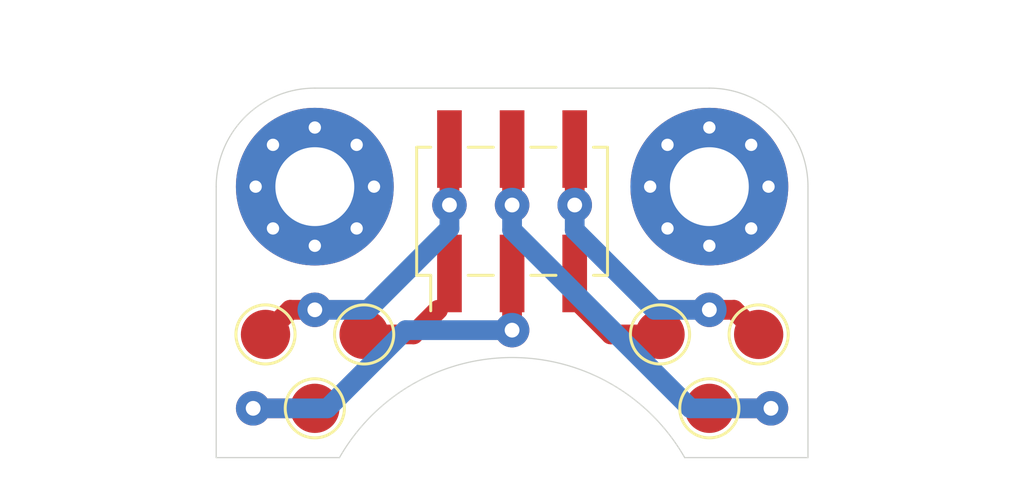
<source format=kicad_pcb>
(kicad_pcb (version 20171130) (host pcbnew 5.1.2)

  (general
    (thickness 1.6)
    (drawings 8)
    (tracks 35)
    (zones 0)
    (modules 9)
    (nets 7)
  )

  (page A4)
  (layers
    (0 F.Cu signal)
    (31 B.Cu signal)
    (32 B.Adhes user)
    (33 F.Adhes user)
    (34 B.Paste user)
    (35 F.Paste user)
    (36 B.SilkS user)
    (37 F.SilkS user)
    (38 B.Mask user)
    (39 F.Mask user)
    (40 Dwgs.User user)
    (41 Cmts.User user)
    (42 Eco1.User user)
    (43 Eco2.User user)
    (44 Edge.Cuts user)
    (45 Margin user)
    (46 B.CrtYd user)
    (47 F.CrtYd user)
    (48 B.Fab user)
    (49 F.Fab user)
  )

  (setup
    (last_trace_width 0.6)
    (user_trace_width 0.8)
    (trace_clearance 0.2)
    (zone_clearance 0.508)
    (zone_45_only no)
    (trace_min 0.2)
    (via_size 0.8)
    (via_drill 0.4)
    (via_min_size 0.4)
    (via_min_drill 0.3)
    (user_via 1 0.5)
    (user_via 1.4 0.6)
    (uvia_size 0.3)
    (uvia_drill 0.1)
    (uvias_allowed no)
    (uvia_min_size 0.2)
    (uvia_min_drill 0.1)
    (edge_width 0.05)
    (segment_width 0.2)
    (pcb_text_width 0.3)
    (pcb_text_size 1.5 1.5)
    (mod_edge_width 0.12)
    (mod_text_size 1 1)
    (mod_text_width 0.15)
    (pad_size 1.524 1.524)
    (pad_drill 0.762)
    (pad_to_mask_clearance 0.051)
    (solder_mask_min_width 0.25)
    (aux_axis_origin 0 0)
    (grid_origin 146 93.5)
    (visible_elements FFFFFF7F)
    (pcbplotparams
      (layerselection 0x010fc_ffffffff)
      (usegerberextensions false)
      (usegerberattributes false)
      (usegerberadvancedattributes false)
      (creategerberjobfile false)
      (excludeedgelayer true)
      (linewidth 0.100000)
      (plotframeref false)
      (viasonmask false)
      (mode 1)
      (useauxorigin false)
      (hpglpennumber 1)
      (hpglpenspeed 20)
      (hpglpendiameter 15.000000)
      (psnegative false)
      (psa4output false)
      (plotreference true)
      (plotvalue true)
      (plotinvisibletext false)
      (padsonsilk false)
      (subtractmaskfromsilk false)
      (outputformat 1)
      (mirror false)
      (drillshape 1)
      (scaleselection 1)
      (outputdirectory ""))
  )

  (net 0 "")
  (net 1 "Net-(J1-Pad6)")
  (net 2 "Net-(J1-Pad5)")
  (net 3 "Net-(J1-Pad4)")
  (net 4 "Net-(J1-Pad3)")
  (net 5 "Net-(J1-Pad2)")
  (net 6 "Net-(J1-Pad1)")

  (net_class Default "This is the default net class."
    (clearance 0.2)
    (trace_width 0.6)
    (via_dia 0.8)
    (via_drill 0.4)
    (uvia_dia 0.3)
    (uvia_drill 0.1)
    (add_net "Net-(J1-Pad1)")
    (add_net "Net-(J1-Pad2)")
    (add_net "Net-(J1-Pad3)")
    (add_net "Net-(J1-Pad4)")
    (add_net "Net-(J1-Pad5)")
    (add_net "Net-(J1-Pad6)")
  )

  (module TestPoint:TestPoint_Pad_D2.0mm (layer F.Cu) (tedit 5A0F774F) (tstamp 5D4377AD)
    (at 156 98.5)
    (descr "SMD pad as test Point, diameter 2.0mm")
    (tags "test point SMD pad")
    (path /5D43E04B)
    (attr virtual)
    (fp_text reference TP6 (at 0 -1.998) (layer F.SilkS) hide
      (effects (font (size 1 1) (thickness 0.15)))
    )
    (fp_text value TestPoint (at 0 2.05) (layer F.Fab)
      (effects (font (size 1 1) (thickness 0.15)))
    )
    (fp_circle (center 0 0) (end 0 1.2) (layer F.SilkS) (width 0.12))
    (fp_circle (center 0 0) (end 1.5 0) (layer F.CrtYd) (width 0.05))
    (fp_text user %R (at 0 -2) (layer F.Fab)
      (effects (font (size 1 1) (thickness 0.15)))
    )
    (pad 1 smd circle (at 0 0) (size 2 2) (layers F.Cu F.Mask)
      (net 1 "Net-(J1-Pad6)"))
  )

  (module TestPoint:TestPoint_Pad_D2.0mm (layer F.Cu) (tedit 5A0F774F) (tstamp 5D4377A5)
    (at 154 101.5)
    (descr "SMD pad as test Point, diameter 2.0mm")
    (tags "test point SMD pad")
    (path /5D43DE35)
    (attr virtual)
    (fp_text reference TP5 (at 0 -1.998) (layer F.SilkS) hide
      (effects (font (size 1 1) (thickness 0.15)))
    )
    (fp_text value TestPoint (at 0 2.05) (layer F.Fab)
      (effects (font (size 1 1) (thickness 0.15)))
    )
    (fp_circle (center 0 0) (end 0 1.2) (layer F.SilkS) (width 0.12))
    (fp_circle (center 0 0) (end 1.5 0) (layer F.CrtYd) (width 0.05))
    (fp_text user %R (at 0 -2) (layer F.Fab)
      (effects (font (size 1 1) (thickness 0.15)))
    )
    (pad 1 smd circle (at 0 0) (size 2 2) (layers F.Cu F.Mask)
      (net 3 "Net-(J1-Pad4)"))
  )

  (module TestPoint:TestPoint_Pad_D2.0mm (layer F.Cu) (tedit 5A0F774F) (tstamp 5D43779D)
    (at 136 98.5)
    (descr "SMD pad as test Point, diameter 2.0mm")
    (tags "test point SMD pad")
    (path /5D43D4B4)
    (attr virtual)
    (fp_text reference TP4 (at 0 -1.998) (layer F.SilkS) hide
      (effects (font (size 1 1) (thickness 0.15)))
    )
    (fp_text value TestPoint (at 0 2.05) (layer F.Fab)
      (effects (font (size 1 1) (thickness 0.15)))
    )
    (fp_circle (center 0 0) (end 0 1.2) (layer F.SilkS) (width 0.12))
    (fp_circle (center 0 0) (end 1.5 0) (layer F.CrtYd) (width 0.05))
    (fp_text user %R (at 0 -2) (layer F.Fab)
      (effects (font (size 1 1) (thickness 0.15)))
    )
    (pad 1 smd circle (at 0 0) (size 2 2) (layers F.Cu F.Mask)
      (net 5 "Net-(J1-Pad2)"))
  )

  (module TestPoint:TestPoint_Pad_D2.0mm (layer F.Cu) (tedit 5A0F774F) (tstamp 5D437795)
    (at 152 98.5)
    (descr "SMD pad as test Point, diameter 2.0mm")
    (tags "test point SMD pad")
    (path /5D43D305)
    (attr virtual)
    (fp_text reference TP3 (at 0 -1.998) (layer F.SilkS) hide
      (effects (font (size 1 1) (thickness 0.15)))
    )
    (fp_text value TestPoint (at 0 2.05) (layer F.Fab)
      (effects (font (size 1 1) (thickness 0.15)))
    )
    (fp_circle (center 0 0) (end 0 1.2) (layer F.SilkS) (width 0.12))
    (fp_circle (center 0 0) (end 1.5 0) (layer F.CrtYd) (width 0.05))
    (fp_text user %R (at 0 -2) (layer F.Fab)
      (effects (font (size 1 1) (thickness 0.15)))
    )
    (pad 1 smd circle (at 0 0) (size 2 2) (layers F.Cu F.Mask)
      (net 2 "Net-(J1-Pad5)"))
  )

  (module TestPoint:TestPoint_Pad_D2.0mm (layer F.Cu) (tedit 5A0F774F) (tstamp 5D43778D)
    (at 138 101.5)
    (descr "SMD pad as test Point, diameter 2.0mm")
    (tags "test point SMD pad")
    (path /5D43D19D)
    (attr virtual)
    (fp_text reference TP2 (at 0 -1.998) (layer F.SilkS) hide
      (effects (font (size 1 1) (thickness 0.15)))
    )
    (fp_text value TestPoint (at 0 2.05) (layer F.Fab)
      (effects (font (size 1 1) (thickness 0.15)))
    )
    (fp_circle (center 0 0) (end 0 1.2) (layer F.SilkS) (width 0.12))
    (fp_circle (center 0 0) (end 1.5 0) (layer F.CrtYd) (width 0.05))
    (fp_text user %R (at 0 -2) (layer F.Fab)
      (effects (font (size 1 1) (thickness 0.15)))
    )
    (pad 1 smd circle (at 0 0) (size 2 2) (layers F.Cu F.Mask)
      (net 4 "Net-(J1-Pad3)"))
  )

  (module TestPoint:TestPoint_Pad_D2.0mm (layer F.Cu) (tedit 5A0F774F) (tstamp 5D437849)
    (at 140 98.5)
    (descr "SMD pad as test Point, diameter 2.0mm")
    (tags "test point SMD pad")
    (path /5D43625F)
    (attr virtual)
    (fp_text reference TP1 (at 0 -1.998) (layer F.SilkS) hide
      (effects (font (size 1 1) (thickness 0.15)))
    )
    (fp_text value TestPoint (at 0 2.05) (layer F.Fab)
      (effects (font (size 1 1) (thickness 0.15)))
    )
    (fp_circle (center 0 0) (end 0 1.2) (layer F.SilkS) (width 0.12))
    (fp_circle (center 0 0) (end 1.5 0) (layer F.CrtYd) (width 0.05))
    (fp_text user %R (at 0 -2) (layer F.Fab)
      (effects (font (size 1 1) (thickness 0.15)))
    )
    (pad 1 smd circle (at 0 0) (size 2 2) (layers F.Cu F.Mask)
      (net 6 "Net-(J1-Pad1)"))
  )

  (module MountingHole:MountingHole_3.2mm_M3_Pad_Via (layer F.Cu) (tedit 56DDBCCA) (tstamp 5D43542D)
    (at 154 92.5)
    (descr "Mounting Hole 3.2mm, M3")
    (tags "mounting hole 3.2mm m3")
    (attr virtual)
    (fp_text reference REF** (at 0 -4.2) (layer F.SilkS) hide
      (effects (font (size 1 1) (thickness 0.15)))
    )
    (fp_text value MountingHole_3.2mm_M3_Pad_Via (at 0 4.2) (layer F.Fab)
      (effects (font (size 1 1) (thickness 0.15)))
    )
    (fp_text user %R (at 0.3 0) (layer F.Fab)
      (effects (font (size 1 1) (thickness 0.15)))
    )
    (fp_circle (center 0 0) (end 3.2 0) (layer Cmts.User) (width 0.15))
    (fp_circle (center 0 0) (end 3.45 0) (layer F.CrtYd) (width 0.05))
    (pad 1 thru_hole circle (at 0 0) (size 6.4 6.4) (drill 3.2) (layers *.Cu *.Mask))
    (pad 1 thru_hole circle (at 2.4 0) (size 0.8 0.8) (drill 0.5) (layers *.Cu *.Mask))
    (pad 1 thru_hole circle (at 1.697056 1.697056) (size 0.8 0.8) (drill 0.5) (layers *.Cu *.Mask))
    (pad 1 thru_hole circle (at 0 2.4) (size 0.8 0.8) (drill 0.5) (layers *.Cu *.Mask))
    (pad 1 thru_hole circle (at -1.697056 1.697056) (size 0.8 0.8) (drill 0.5) (layers *.Cu *.Mask))
    (pad 1 thru_hole circle (at -2.4 0) (size 0.8 0.8) (drill 0.5) (layers *.Cu *.Mask))
    (pad 1 thru_hole circle (at -1.697056 -1.697056) (size 0.8 0.8) (drill 0.5) (layers *.Cu *.Mask))
    (pad 1 thru_hole circle (at 0 -2.4) (size 0.8 0.8) (drill 0.5) (layers *.Cu *.Mask))
    (pad 1 thru_hole circle (at 1.697056 -1.697056) (size 0.8 0.8) (drill 0.5) (layers *.Cu *.Mask))
  )

  (module MountingHole:MountingHole_3.2mm_M3_Pad_Via (layer F.Cu) (tedit 56DDBCCA) (tstamp 5D43542B)
    (at 138 92.5)
    (descr "Mounting Hole 3.2mm, M3")
    (tags "mounting hole 3.2mm m3")
    (attr virtual)
    (fp_text reference REF** (at 0 -4.2) (layer F.SilkS) hide
      (effects (font (size 1 1) (thickness 0.15)))
    )
    (fp_text value MountingHole_3.2mm_M3_Pad_Via (at 0 4.2) (layer F.Fab)
      (effects (font (size 1 1) (thickness 0.15)))
    )
    (fp_circle (center 0 0) (end 3.45 0) (layer F.CrtYd) (width 0.05))
    (fp_circle (center 0 0) (end 3.2 0) (layer Cmts.User) (width 0.15))
    (fp_text user %R (at 0.3 0) (layer F.Fab)
      (effects (font (size 1 1) (thickness 0.15)))
    )
    (pad 1 thru_hole circle (at 1.697056 -1.697056) (size 0.8 0.8) (drill 0.5) (layers *.Cu *.Mask))
    (pad 1 thru_hole circle (at 0 -2.4) (size 0.8 0.8) (drill 0.5) (layers *.Cu *.Mask))
    (pad 1 thru_hole circle (at -1.697056 -1.697056) (size 0.8 0.8) (drill 0.5) (layers *.Cu *.Mask))
    (pad 1 thru_hole circle (at -2.4 0) (size 0.8 0.8) (drill 0.5) (layers *.Cu *.Mask))
    (pad 1 thru_hole circle (at -1.697056 1.697056) (size 0.8 0.8) (drill 0.5) (layers *.Cu *.Mask))
    (pad 1 thru_hole circle (at 0 2.4) (size 0.8 0.8) (drill 0.5) (layers *.Cu *.Mask))
    (pad 1 thru_hole circle (at 1.697056 1.697056) (size 0.8 0.8) (drill 0.5) (layers *.Cu *.Mask))
    (pad 1 thru_hole circle (at 2.4 0) (size 0.8 0.8) (drill 0.5) (layers *.Cu *.Mask))
    (pad 1 thru_hole circle (at 0 0) (size 6.4 6.4) (drill 3.2) (layers *.Cu *.Mask))
  )

  (module Connector_PinHeader_2.54mm:PinHeader_2x03_P2.54mm_Vertical_SMD (layer F.Cu) (tedit 59FED5CC) (tstamp 5D437B70)
    (at 146 93.5 90)
    (descr "surface-mounted straight pin header, 2x03, 2.54mm pitch, double rows")
    (tags "Surface mounted pin header SMD 2x03 2.54mm double row")
    (path /5D43565A)
    (attr smd)
    (fp_text reference J1 (at 0 -4.87 90) (layer F.SilkS) hide
      (effects (font (size 1 1) (thickness 0.15)))
    )
    (fp_text value Conn_02x03_Odd_Even (at 0 4.87 90) (layer F.Fab)
      (effects (font (size 1 1) (thickness 0.15)))
    )
    (fp_text user %R (at 0 0) (layer F.Fab)
      (effects (font (size 1 1) (thickness 0.15)))
    )
    (fp_line (start 5.9 -4.35) (end -5.9 -4.35) (layer F.CrtYd) (width 0.05))
    (fp_line (start 5.9 4.35) (end 5.9 -4.35) (layer F.CrtYd) (width 0.05))
    (fp_line (start -5.9 4.35) (end 5.9 4.35) (layer F.CrtYd) (width 0.05))
    (fp_line (start -5.9 -4.35) (end -5.9 4.35) (layer F.CrtYd) (width 0.05))
    (fp_line (start 2.6 0.76) (end 2.6 1.78) (layer F.SilkS) (width 0.12))
    (fp_line (start -2.6 0.76) (end -2.6 1.78) (layer F.SilkS) (width 0.12))
    (fp_line (start 2.6 -1.78) (end 2.6 -0.76) (layer F.SilkS) (width 0.12))
    (fp_line (start -2.6 -1.78) (end -2.6 -0.76) (layer F.SilkS) (width 0.12))
    (fp_line (start 2.6 3.3) (end 2.6 3.87) (layer F.SilkS) (width 0.12))
    (fp_line (start -2.6 3.3) (end -2.6 3.87) (layer F.SilkS) (width 0.12))
    (fp_line (start 2.6 -3.87) (end 2.6 -3.3) (layer F.SilkS) (width 0.12))
    (fp_line (start -2.6 -3.87) (end -2.6 -3.3) (layer F.SilkS) (width 0.12))
    (fp_line (start -4.04 -3.3) (end -2.6 -3.3) (layer F.SilkS) (width 0.12))
    (fp_line (start -2.6 3.87) (end 2.6 3.87) (layer F.SilkS) (width 0.12))
    (fp_line (start -2.6 -3.87) (end 2.6 -3.87) (layer F.SilkS) (width 0.12))
    (fp_line (start 3.6 2.86) (end 2.54 2.86) (layer F.Fab) (width 0.1))
    (fp_line (start 3.6 2.22) (end 3.6 2.86) (layer F.Fab) (width 0.1))
    (fp_line (start 2.54 2.22) (end 3.6 2.22) (layer F.Fab) (width 0.1))
    (fp_line (start -3.6 2.86) (end -2.54 2.86) (layer F.Fab) (width 0.1))
    (fp_line (start -3.6 2.22) (end -3.6 2.86) (layer F.Fab) (width 0.1))
    (fp_line (start -2.54 2.22) (end -3.6 2.22) (layer F.Fab) (width 0.1))
    (fp_line (start 3.6 0.32) (end 2.54 0.32) (layer F.Fab) (width 0.1))
    (fp_line (start 3.6 -0.32) (end 3.6 0.32) (layer F.Fab) (width 0.1))
    (fp_line (start 2.54 -0.32) (end 3.6 -0.32) (layer F.Fab) (width 0.1))
    (fp_line (start -3.6 0.32) (end -2.54 0.32) (layer F.Fab) (width 0.1))
    (fp_line (start -3.6 -0.32) (end -3.6 0.32) (layer F.Fab) (width 0.1))
    (fp_line (start -2.54 -0.32) (end -3.6 -0.32) (layer F.Fab) (width 0.1))
    (fp_line (start 3.6 -2.22) (end 2.54 -2.22) (layer F.Fab) (width 0.1))
    (fp_line (start 3.6 -2.86) (end 3.6 -2.22) (layer F.Fab) (width 0.1))
    (fp_line (start 2.54 -2.86) (end 3.6 -2.86) (layer F.Fab) (width 0.1))
    (fp_line (start -3.6 -2.22) (end -2.54 -2.22) (layer F.Fab) (width 0.1))
    (fp_line (start -3.6 -2.86) (end -3.6 -2.22) (layer F.Fab) (width 0.1))
    (fp_line (start -2.54 -2.86) (end -3.6 -2.86) (layer F.Fab) (width 0.1))
    (fp_line (start 2.54 -3.81) (end 2.54 3.81) (layer F.Fab) (width 0.1))
    (fp_line (start -2.54 -2.86) (end -1.59 -3.81) (layer F.Fab) (width 0.1))
    (fp_line (start -2.54 3.81) (end -2.54 -2.86) (layer F.Fab) (width 0.1))
    (fp_line (start -1.59 -3.81) (end 2.54 -3.81) (layer F.Fab) (width 0.1))
    (fp_line (start 2.54 3.81) (end -2.54 3.81) (layer F.Fab) (width 0.1))
    (pad 6 smd rect (at 2.525 2.54 90) (size 3.15 1) (layers F.Cu F.Paste F.Mask)
      (net 1 "Net-(J1-Pad6)"))
    (pad 5 smd rect (at -2.525 2.54 90) (size 3.15 1) (layers F.Cu F.Paste F.Mask)
      (net 2 "Net-(J1-Pad5)"))
    (pad 4 smd rect (at 2.525 0 90) (size 3.15 1) (layers F.Cu F.Paste F.Mask)
      (net 3 "Net-(J1-Pad4)"))
    (pad 3 smd rect (at -2.525 0 90) (size 3.15 1) (layers F.Cu F.Paste F.Mask)
      (net 4 "Net-(J1-Pad3)"))
    (pad 2 smd rect (at 2.525 -2.54 90) (size 3.15 1) (layers F.Cu F.Paste F.Mask)
      (net 5 "Net-(J1-Pad2)"))
    (pad 1 smd rect (at -2.525 -2.54 90) (size 3.15 1) (layers F.Cu F.Paste F.Mask)
      (net 6 "Net-(J1-Pad1)"))
    (model ${KISYS3DMOD}/Connector_PinHeader_2.54mm.3dshapes/PinHeader_2x03_P2.54mm_Vertical_SMD.wrl
      (at (xyz 0 0 0))
      (scale (xyz 1 1 1))
      (rotate (xyz 0 0 0))
    )
  )

  (gr_arc (start 146 107.5) (end 153 103.500001) (angle -120.5) (layer Edge.Cuts) (width 0.05))
  (gr_line (start 153 103.5) (end 158 103.5) (layer Edge.Cuts) (width 0.05))
  (gr_line (start 139.000001 103.5) (end 134 103.5) (layer Edge.Cuts) (width 0.05) (tstamp 5D437897))
  (gr_line (start 134 103.5) (end 134 92.5) (layer Edge.Cuts) (width 0.05) (tstamp 5D4355A4))
  (gr_line (start 158 103.5) (end 158 92.5) (layer Edge.Cuts) (width 0.05) (tstamp 5D4355A3))
  (gr_arc (start 138 92.5) (end 138 88.5) (angle -90) (layer Edge.Cuts) (width 0.05))
  (gr_arc (start 154 92.5) (end 158 92.5) (angle -90) (layer Edge.Cuts) (width 0.05))
  (gr_line (start 138 88.5) (end 154 88.5) (layer Edge.Cuts) (width 0.05))

  (segment (start 156 98.5) (end 155 97.5) (width 0.8) (layer F.Cu) (net 1))
  (segment (start 155 97.5) (end 154 97.5) (width 0.8) (layer F.Cu) (net 1))
  (via (at 154 97.5) (size 1.4) (drill 0.6) (layers F.Cu B.Cu) (net 1))
  (via (at 148.54 93.246) (size 1.4) (drill 0.6) (layers F.Cu B.Cu) (net 1))
  (segment (start 148.54 90.975) (end 148.54 93.246) (width 0.8) (layer F.Cu) (net 1))
  (segment (start 154 97.5) (end 151.778 97.5) (width 0.8) (layer B.Cu) (net 1))
  (segment (start 148.54 94.262) (end 148.54 93.246) (width 0.8) (layer B.Cu) (net 1))
  (segment (start 151.778 97.5) (end 148.54 94.262) (width 0.8) (layer B.Cu) (net 1))
  (segment (start 152 98.5) (end 150 98.5) (width 0.8) (layer F.Cu) (net 2))
  (segment (start 148.54 97.04) (end 148.54 96.025) (width 0.8) (layer F.Cu) (net 2))
  (segment (start 150 98.5) (end 148.54 97.04) (width 0.8) (layer F.Cu) (net 2))
  (segment (start 154 101.5) (end 156.5 101.5) (width 0.8) (layer F.Cu) (net 3))
  (via (at 156.5 101.5) (size 1.4) (drill 0.6) (layers F.Cu B.Cu) (net 3))
  (via (at 146 93.246) (size 1.4) (drill 0.6) (layers F.Cu B.Cu) (net 3))
  (segment (start 146 90.975) (end 146 93.246) (width 0.8) (layer F.Cu) (net 3))
  (segment (start 146 94.262) (end 146 93.246) (width 0.8) (layer B.Cu) (net 3))
  (segment (start 156.5 101.5) (end 153.238 101.5) (width 0.8) (layer B.Cu) (net 3))
  (segment (start 153.238 101.5) (end 146 94.262) (width 0.8) (layer B.Cu) (net 3))
  (segment (start 138 101.5) (end 135.5 101.5) (width 0.8) (layer F.Cu) (net 4))
  (via (at 135.5 101.5) (size 1.4) (drill 0.6) (layers F.Cu B.Cu) (net 4))
  (via (at 146 98.326) (size 1.4) (drill 0.6) (layers F.Cu B.Cu) (net 4))
  (segment (start 146 96.025) (end 146 98.326) (width 0.8) (layer F.Cu) (net 4))
  (segment (start 138.508 101.5) (end 135.5 101.5) (width 0.8) (layer B.Cu) (net 4))
  (segment (start 146 98.326) (end 141.682 98.326) (width 0.8) (layer B.Cu) (net 4))
  (segment (start 141.682 98.326) (end 138.508 101.5) (width 0.8) (layer B.Cu) (net 4))
  (segment (start 136 98.5) (end 137 97.5) (width 0.8) (layer F.Cu) (net 5))
  (via (at 138 97.5) (size 1.4) (drill 0.6) (layers F.Cu B.Cu) (net 5))
  (segment (start 137 97.5) (end 138 97.5) (width 0.8) (layer F.Cu) (net 5))
  (via (at 143.46 93.246) (size 1.4) (drill 0.6) (layers F.Cu B.Cu) (net 5))
  (segment (start 143.46 90.975) (end 143.46 93.246) (width 0.8) (layer F.Cu) (net 5))
  (segment (start 143.46 94.1985) (end 143.46 93.246) (width 0.8) (layer B.Cu) (net 5))
  (segment (start 138 97.5) (end 140.1585 97.5) (width 0.8) (layer B.Cu) (net 5))
  (segment (start 140.1585 97.5) (end 143.46 94.1985) (width 0.8) (layer B.Cu) (net 5))
  (segment (start 140 98.5) (end 142 98.5) (width 0.8) (layer F.Cu) (net 6))
  (segment (start 142 98.5) (end 143 97.5) (width 0.8) (layer F.Cu) (net 6))

)

</source>
